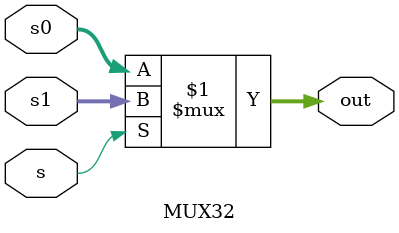
<source format=v>
module MUX32(input[31:0] s0 , input[31:0] s1 , input s , output[31:0] out);
	assign out = s ? s1 : s0;
endmodule

</source>
